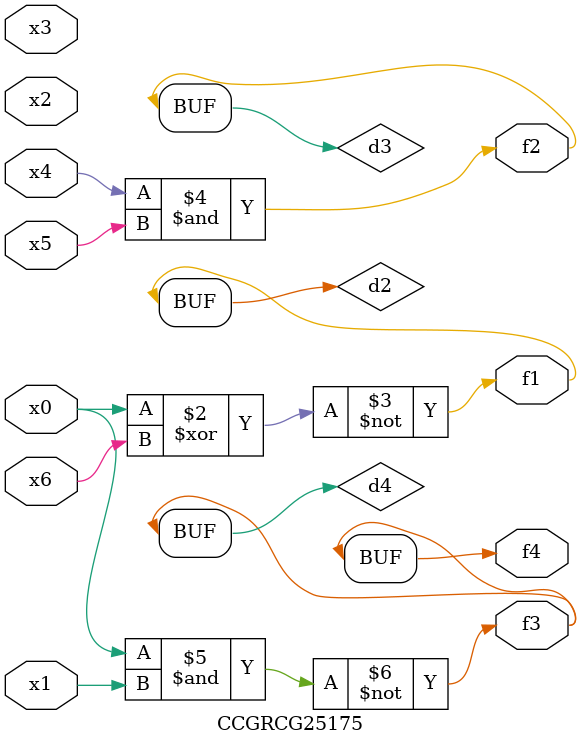
<source format=v>
module CCGRCG25175(
	input x0, x1, x2, x3, x4, x5, x6,
	output f1, f2, f3, f4
);

	wire d1, d2, d3, d4;

	nor (d1, x0);
	xnor (d2, x0, x6);
	and (d3, x4, x5);
	nand (d4, x0, x1);
	assign f1 = d2;
	assign f2 = d3;
	assign f3 = d4;
	assign f4 = d4;
endmodule

</source>
